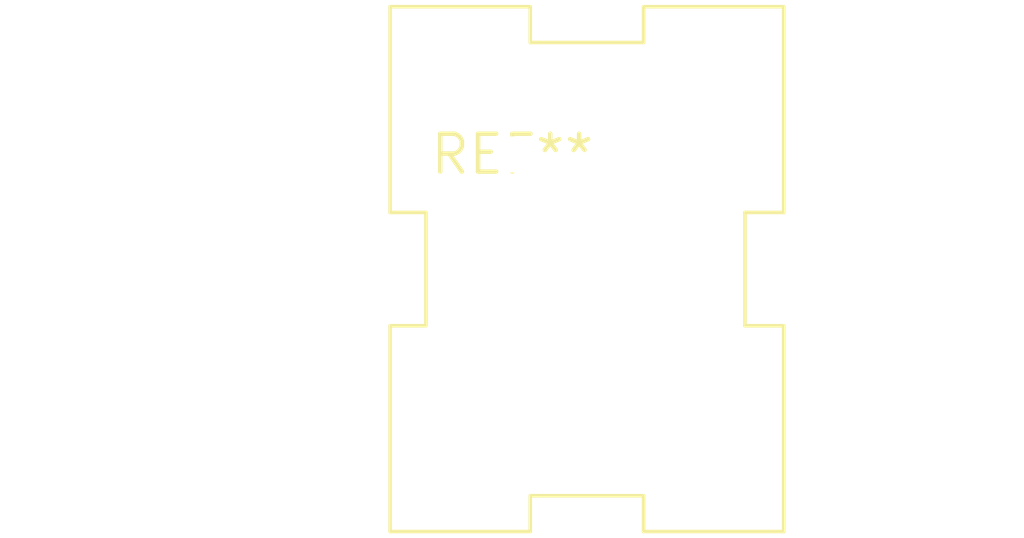
<source format=kicad_pcb>
(kicad_pcb (version 20240108) (generator pcbnew)
  (layers (0 "F.Cu" signal) (31 "B.Cu" signal) (34 "B.Paste" user) (35 "F.Paste" user) (36 "B.SilkS" user "B.Silkscreen") (37 "F.SilkS" user "F.Silkscreen") (38 "B.Mask" user) (39 "F.Mask" user) (44 "Edge.Cuts" user))
  (net 0 "")
  (footprint "L_CommonMode_Wuerth_WE-CMB-S" (layer "F.Cu") (at 0 0)
    (property "Reference" "REF**")
    (property "Value" "L_CommonMode_Wuerth_WE-CMB-S")
    (fp_line (start -4.1 -4.95) (end -4 -4.95) (layer "F.SilkS") (stroke (width 0.12)))
    (fp_line (start -4.1 1.95) (end -4.1 -4.95) (layer "F.SilkS") (stroke (width 0.12)))
    (fp_line (start -4.1 5.75) (end -2.9 5.75) (layer "F.SilkS") (stroke (width 0.12)))
    (fp_line (start -4.1 12.65) (end -4.1 5.75) (layer "F.SilkS") (stroke (width 0.12)))
    (fp_line (start -4 -4.95) (end 0.6 -4.95) (layer "F.SilkS") (stroke (width 0.12)))
    (fp_line (start -2.9 1.95) (end -4.1 1.95) (layer "F.SilkS") (stroke (width 0.12)))
    (fp_line (start -2.9 5.75) (end -2.9 1.95) (layer "F.SilkS") (stroke (width 0.12)))
    (fp_line (start 0.6 -4.95) (end 0.6 -3.75) (layer "F.SilkS") (stroke (width 0.12)))
    (fp_line (start 0.6 -3.75) (end 4.4 -3.75) (layer "F.SilkS") (stroke (width 0.12)))
    (fp_line (start 0.6 11.45) (end 0.6 12.65) (layer "F.SilkS") (stroke (width 0.12)))
    (fp_line (start 0.6 12.65) (end -4.1 12.65) (layer "F.SilkS") (stroke (width 0.12)))
    (fp_line (start 4.4 -4.95) (end 9.1 -4.95) (layer "F.SilkS") (stroke (width 0.12)))
    (fp_line (start 4.4 -3.75) (end 4.4 -4.95) (layer "F.SilkS") (stroke (width 0.12)))
    (fp_line (start 4.4 11.45) (end 0.6 11.45) (layer "F.SilkS") (stroke (width 0.12)))
    (fp_line (start 4.4 12.65) (end 4.4 11.45) (layer "F.SilkS") (stroke (width 0.12)))
    (fp_line (start 7.8 1.95) (end 7.8 5.75) (layer "F.SilkS") (stroke (width 0.12)))
    (fp_line (start 7.8 5.75) (end 9.1 5.75) (layer "F.SilkS") (stroke (width 0.12)))
    (fp_line (start 9.1 -4.95) (end 9.1 1.95) (layer "F.SilkS") (stroke (width 0.12)))
    (fp_line (start 9.1 1.95) (end 7.8 1.95) (layer "F.SilkS") (stroke (width 0.12)))
    (fp_line (start 9.1 5.75) (end 9.1 12.65) (layer "F.SilkS") (stroke (width 0.12)))
    (fp_line (start 9.1 12.65) (end 4.4 12.65) (layer "F.SilkS") (stroke (width 0.12)))
    (pad "1" thru_hole circle (at 0 0) (size 2.2 2.2) (drill 1.2) (layers *.Cu *.Mask) (remove_unused_layers))
    (pad "2" thru_hole circle (at 5 0) (size 2.2 2.2) (drill 1.2) (layers *.Cu *.Mask) (remove_unused_layers))
    (pad "3" thru_hole circle (at 5 7.7) (size 2.2 2.2) (drill 1.2) (layers *.Cu *.Mask) (remove_unused_layers))
    (pad "4" thru_hole circle (at 0 7.7) (size 2.2 2.2) (drill 1.2) (layers *.Cu *.Mask) (remove_unused_layers))
  )
)
</source>
